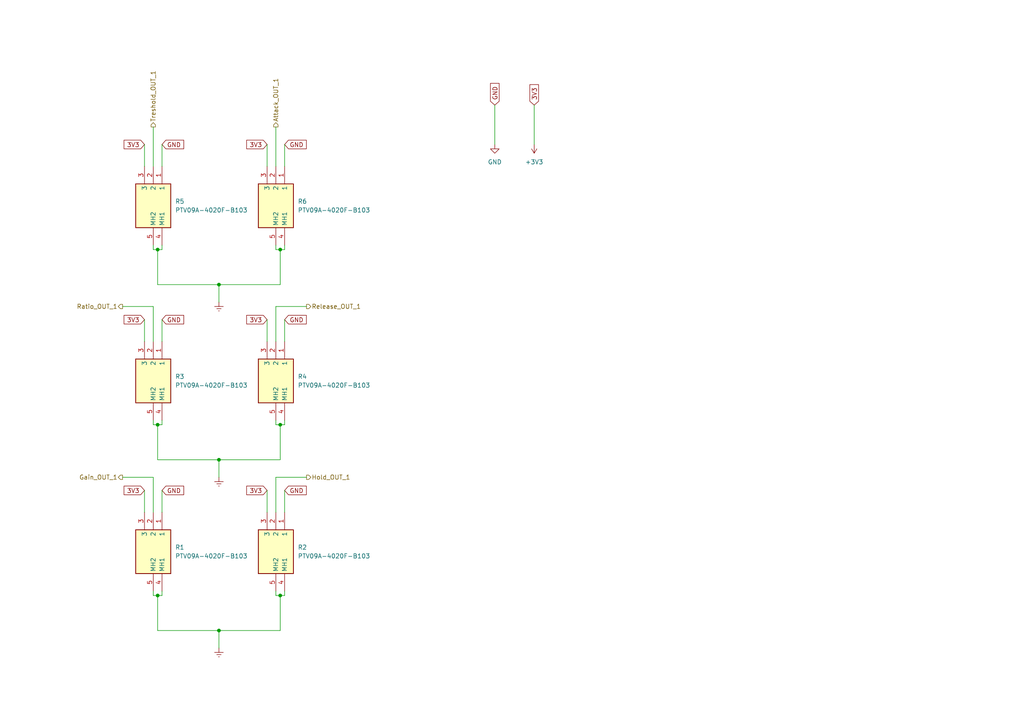
<source format=kicad_sch>
(kicad_sch (version 20230121) (generator eeschema)
  (paper "A4")
  (lib_symbols
    (symbol "PTV09A-4020F-B103:PTV09A-4020F-B103"
      (property "Reference" "R" (at 19.05 7.62 0))
      (property "Value" "PTV09A-4020F-B103" (at 19.05 5.08 0))
      (symbol "PTV09A-4020F-B103_1_1"
        (rectangle (start 5.08 2.54) (end 17.78 -7.62) (stroke (width 0.254)) (fill (type background)))
        (pin passive line (at 0 0 0) (length 5.08) (name "1") (number "1"))
        (pin passive line (at 0 -2.54 0) (length 5.08) (name "2") (number "2"))
        (pin passive line (at 0 -5.08 0) (length 5.08) (name "3") (number "3"))
        (pin passive line (at 22.86 0 180) (length 5.08) (name "MH1") (number "4"))
        (pin passive line (at 22.86 -2.54 180) (length 5.08) (name "MH2") (number "5"))
      )
    )
    (symbol "power:+3V3" (power) (pin_names (offset 0))
      (property "Value" "+3V3" (at 0 3.556 0))
      (symbol "+3V3_0_1"
        (polyline (pts (xy -0.762 1.27) (xy 0 2.54)))
        (polyline (pts (xy 0 0) (xy 0 2.54)))
        (polyline (pts (xy 0 2.54) (xy 0.762 1.27)))
      )
      (symbol "+3V3_1_1"
        (pin power_in line (at 0 0 90) (length 0) hide (name "+3V3") (number "1"))
      )
    )
    (symbol "power:Earth" (power) (pin_names (offset 0))
      (symbol "Earth_0_1"
        (polyline (pts (xy -0.635 -1.905) (xy 0.635 -1.905)))
        (polyline (pts (xy -0.127 -2.54) (xy 0.127 -2.54)))
        (polyline (pts (xy 0 -1.27) (xy 0 0)))
        (polyline (pts (xy 1.27 -1.27) (xy -1.27 -1.27)))
      )
      (symbol "Earth_1_1"
        (pin power_in line (at 0 0 270) (length 0) hide (name "Earth") (number "1"))
      )
    )
    (symbol "power:GND" (power) (pin_names (offset 0))
      (property "Value" "GND" (at 0 -3.81 0))
      (symbol "GND_0_1"
        (polyline (pts (xy 0 0) (xy 0 -1.27) (xy 1.27 -1.27) (xy 0 -2.54) (xy -1.27 -1.27) (xy 0 -1.27)))
      )
      (symbol "GND_1_1"
        (pin power_in line (at 0 0 270) (length 0) hide (name "GND") (number "1"))
      )
    )
  )
  (junction (at 63.5 82.55))
  (junction (at 45.72 123.19))
  (junction (at 81.28 172.72))
  (junction (at 81.28 123.19))
  (junction (at 45.72 172.72))
  (junction (at 45.72 72.39))
  (junction (at 63.5 182.88))
  (junction (at 81.28 72.39))
  (junction (at 63.5 133.35))
  (wire (pts (xy 41.91 142.24) (xy 41.91 148.59)))
  (wire (pts (xy 77.47 41.91) (xy 77.47 48.26)))
  (wire (pts (xy 81.28 172.72) (xy 82.55 172.72)))
  (wire (pts (xy 46.99 41.91) (xy 46.99 48.26)))
  (wire (pts (xy 41.91 92.71) (xy 41.91 99.06)))
  (wire (pts (xy 154.94 30.48) (xy 154.94 41.91)))
  (wire (pts (xy 77.47 142.24) (xy 77.47 148.59)))
  (wire (pts (xy 44.45 36.83) (xy 44.45 48.26)))
  (wire (pts (xy 44.45 138.43) (xy 35.56 138.43)))
  (wire (pts (xy 44.45 148.59) (xy 44.45 138.43)))
  (wire (pts (xy 82.55 92.71) (xy 82.55 99.06)))
  (wire (pts (xy 44.45 172.72) (xy 45.72 172.72)))
  (wire (pts (xy 44.45 171.45) (xy 44.45 172.72)))
  (wire (pts (xy 81.28 172.72) (xy 81.28 182.88)))
  (wire (pts (xy 80.01 71.12) (xy 80.01 72.39)))
  (wire (pts (xy 46.99 172.72) (xy 46.99 171.45)))
  (wire (pts (xy 63.5 133.35) (xy 81.28 133.35)))
  (wire (pts (xy 45.72 72.39) (xy 45.72 82.55)))
  (wire (pts (xy 44.45 121.92) (xy 44.45 123.19)))
  (wire (pts (xy 81.28 72.39) (xy 81.28 82.55)))
  (wire (pts (xy 63.5 82.55) (xy 45.72 82.55)))
  (wire (pts (xy 80.01 171.45) (xy 80.01 172.72)))
  (wire (pts (xy 143.51 30.48) (xy 143.51 41.91)))
  (wire (pts (xy 45.72 172.72) (xy 45.72 182.88)))
  (wire (pts (xy 81.28 72.39) (xy 82.55 72.39)))
  (wire (pts (xy 63.5 82.55) (xy 63.5 87.63)))
  (wire (pts (xy 63.5 182.88) (xy 45.72 182.88)))
  (wire (pts (xy 41.91 41.91) (xy 41.91 48.26)))
  (wire (pts (xy 80.01 72.39) (xy 81.28 72.39)))
  (wire (pts (xy 44.45 88.9) (xy 35.56 88.9)))
  (wire (pts (xy 80.01 121.92) (xy 80.01 123.19)))
  (wire (pts (xy 81.28 123.19) (xy 82.55 123.19)))
  (wire (pts (xy 45.72 123.19) (xy 45.72 133.35)))
  (wire (pts (xy 82.55 41.91) (xy 82.55 48.26)))
  (wire (pts (xy 63.5 182.88) (xy 63.5 187.96)))
  (wire (pts (xy 82.55 71.12) (xy 82.55 72.39)))
  (wire (pts (xy 80.01 172.72) (xy 81.28 172.72)))
  (wire (pts (xy 44.45 123.19) (xy 45.72 123.19)))
  (wire (pts (xy 82.55 171.45) (xy 82.55 172.72)))
  (wire (pts (xy 80.01 148.59) (xy 80.01 138.43)))
  (wire (pts (xy 82.55 121.92) (xy 82.55 123.19)))
  (wire (pts (xy 46.99 92.71) (xy 46.99 99.06)))
  (wire (pts (xy 77.47 92.71) (xy 77.47 99.06)))
  (wire (pts (xy 45.72 123.19) (xy 46.99 123.19)))
  (wire (pts (xy 80.01 138.43) (xy 88.9 138.43)))
  (wire (pts (xy 82.55 142.24) (xy 82.55 148.59)))
  (wire (pts (xy 46.99 123.19) (xy 46.99 121.92)))
  (wire (pts (xy 45.72 72.39) (xy 46.99 72.39)))
  (wire (pts (xy 46.99 142.24) (xy 46.99 148.59)))
  (wire (pts (xy 81.28 123.19) (xy 81.28 133.35)))
  (wire (pts (xy 80.01 99.06) (xy 80.01 88.9)))
  (wire (pts (xy 44.45 71.12) (xy 44.45 72.39)))
  (wire (pts (xy 80.01 123.19) (xy 81.28 123.19)))
  (wire (pts (xy 45.72 172.72) (xy 46.99 172.72)))
  (wire (pts (xy 63.5 133.35) (xy 45.72 133.35)))
  (wire (pts (xy 46.99 72.39) (xy 46.99 71.12)))
  (wire (pts (xy 44.45 72.39) (xy 45.72 72.39)))
  (wire (pts (xy 63.5 182.88) (xy 81.28 182.88)))
  (wire (pts (xy 44.45 99.06) (xy 44.45 88.9)))
  (wire (pts (xy 63.5 133.35) (xy 63.5 138.43)))
  (wire (pts (xy 80.01 88.9) (xy 88.9 88.9)))
  (wire (pts (xy 63.5 82.55) (xy 81.28 82.55)))
  (wire (pts (xy 80.01 36.83) (xy 80.01 48.26)))
  (global_label "GND" (shape input) (at 46.99 92.71 0) (property "Intersheetrefs" "${INTERSHEET_REFS}" (effects hide)))
  (global_label "GND" (shape input) (at 46.99 142.24 0) (property "Intersheetrefs" "${INTERSHEET_REFS}" (effects hide)))
  (global_label "3V3" (shape input) (at 77.47 92.71 180) (property "Intersheetrefs" "${INTERSHEET_REFS}" (effects hide)))
  (global_label "3V3" (shape input) (at 41.91 142.24 180) (property "Intersheetrefs" "${INTERSHEET_REFS}" (effects hide)))
  (global_label "GND" (shape input) (at 143.51 30.48 90) (property "Intersheetrefs" "${INTERSHEET_REFS}" (effects hide)))
  (global_label "3V3" (shape input) (at 77.47 41.91 180) (property "Intersheetrefs" "${INTERSHEET_REFS}" (effects hide)))
  (global_label "GND" (shape input) (at 82.55 41.91 0) (property "Intersheetrefs" "${INTERSHEET_REFS}" (effects hide)))
  (global_label "GND" (shape input) (at 82.55 142.24 0) (property "Intersheetrefs" "${INTERSHEET_REFS}" (effects hide)))
  (global_label "3V3" (shape input) (at 41.91 92.71 180) (property "Intersheetrefs" "${INTERSHEET_REFS}" (effects hide)))
  (global_label "GND" (shape input) (at 46.99 41.91 0) (property "Intersheetrefs" "${INTERSHEET_REFS}" (effects hide)))
  (global_label "GND" (shape input) (at 82.55 92.71 0) (property "Intersheetrefs" "${INTERSHEET_REFS}" (effects hide)))
  (global_label "3V3" (shape input) (at 77.47 142.24 180) (property "Intersheetrefs" "${INTERSHEET_REFS}" (effects hide)))
  (global_label "3V3" (shape input) (at 41.91 41.91 180) (property "Intersheetrefs" "${INTERSHEET_REFS}" (effects hide)))
  (global_label "3V3" (shape input) (at 154.94 30.48 90) (property "Intersheetrefs" "${INTERSHEET_REFS}" (effects hide)))
  (hierarchical_label "Gain_OUT_1" (shape output) (at 35.56 138.43 180))
  (hierarchical_label "Hold_OUT_1" (shape output) (at 88.9 138.43 0))
  (hierarchical_label "Attack_OUT_1" (shape output) (at 80.01 36.83 90))
  (hierarchical_label "Ratio_OUT_1" (shape output) (at 35.56 88.9 180))
  (hierarchical_label "Treshold_OUT_1" (shape output) (at 44.45 36.83 90))
  (hierarchical_label "Release_OUT_1" (shape output) (at 88.9 88.9 0))
  (symbol (lib_id "PTV09A-4020F-B103:PTV09A-4020F-B103") (at 46.99 99.06 270) (unit 1)
    (property "Reference" "R3" (at 50.8 109.22 90) (effects (justify left)))
    (property "Value" "PTV09A-4020F-B103" (at 50.8 111.76 90) (effects (justify left)))
    (property "Footprint" "PTV09A4020FB103" (effects hide))
    (property "Datasheet" "https://www.bourns.com/docs/Product-Datasheets/ptv09.pdf" (effects hide))
    (property "Height" "20" (effects hide))
    (property "Manufacturer_Name" "Bourns" (effects hide))
    (property "Manufacturer_Part_Number" "PTV09A-4020F-B103" (effects hide))
    (instances (project "Compresseur" (path "" (reference "R3") (unit 1)) (path "" (reference "R8") (unit 1)) (path "" (reference "R14") (unit 1))))
  )
  (symbol (lib_id "power:Earth") (at 63.5 187.96 0) (unit 1)
    (property "Reference" "#PWR04" (effects hide))
    (property "Value" "Earth" (effects hide))
    (instances (project "Compresseur" (path "" (reference "#PWR04") (unit 1)) (path "" (reference "#PWR08") (unit 1)) (path "" (reference "#PWR013") (unit 1))))
  )
  (symbol (lib_id "power:Earth") (at 63.5 87.63 0) (unit 1)
    (property "Reference" "#PWR03" (effects hide))
    (property "Value" "Earth" (effects hide))
    (instances (project "Compresseur" (path "" (reference "#PWR03") (unit 1)) (path "" (reference "#PWR06") (unit 1)) (path "" (reference "#PWR011") (unit 1))))
  )
  (symbol (lib_id "PTV09A-4020F-B103:PTV09A-4020F-B103") (at 46.99 48.26 270) (unit 1)
    (property "Reference" "R5" (at 50.8 58.42 90) (effects (justify left)))
    (property "Value" "PTV09A-4020F-B103" (at 50.8 60.96 90) (effects (justify left)))
    (property "Footprint" "PTV09A4020FB103" (effects hide))
    (property "Datasheet" "https://www.bourns.com/docs/Product-Datasheets/ptv09.pdf" (effects hide))
    (property "Height" "20" (effects hide))
    (property "Manufacturer_Name" "Bourns" (effects hide))
    (property "Manufacturer_Part_Number" "PTV09A-4020F-B103" (effects hide))
    (instances (project "Compresseur" (path "" (reference "R5") (unit 1)) (path "" (reference "R7") (unit 1)) (path "" (reference "R13") (unit 1))))
  )
  (symbol (lib_id "PTV09A-4020F-B103:PTV09A-4020F-B103") (at 82.55 48.26 270) (unit 1)
    (property "Reference" "R6" (at 86.36 58.42 90) (effects (justify left)))
    (property "Value" "PTV09A-4020F-B103" (at 86.36 60.96 90) (effects (justify left)))
    (property "Footprint" "PTV09A4020FB103" (effects hide))
    (property "Datasheet" "https://www.bourns.com/docs/Product-Datasheets/ptv09.pdf" (effects hide))
    (property "Height" "20" (effects hide))
    (property "Manufacturer_Name" "Bourns" (effects hide))
    (property "Manufacturer_Part_Number" "PTV09A-4020F-B103" (effects hide))
    (instances (project "Compresseur" (path "" (reference "R6") (unit 1)) (path "" (reference "R10") (unit 1)) (path "" (reference "R16") (unit 1))))
  )
  (symbol (lib_id "PTV09A-4020F-B103:PTV09A-4020F-B103") (at 82.55 148.59 270) (unit 1)
    (property "Reference" "R2" (at 86.36 158.75 90) (effects (justify left)))
    (property "Value" "PTV09A-4020F-B103" (at 86.36 161.29 90) (effects (justify left)))
    (property "Footprint" "PTV09A4020FB103" (effects hide))
    (property "Datasheet" "https://www.bourns.com/docs/Product-Datasheets/ptv09.pdf" (effects hide))
    (property "Height" "20" (effects hide))
    (property "Manufacturer_Name" "Bourns" (effects hide))
    (property "Manufacturer_Part_Number" "PTV09A-4020F-B103" (effects hide))
    (instances (project "Compresseur" (path "" (reference "R2") (unit 1)) (path "" (reference "R12") (unit 1)) (path "" (reference "R18") (unit 1))))
  )
  (symbol (lib_id "power:Earth") (at 63.5 138.43 0) (unit 1)
    (property "Reference" "#PWR02" (effects hide))
    (property "Value" "Earth" (effects hide))
    (instances (project "Compresseur" (path "" (reference "#PWR02") (unit 1)) (path "" (reference "#PWR07") (unit 1)) (path "" (reference "#PWR012") (unit 1))))
  )
  (symbol (lib_id "PTV09A-4020F-B103:PTV09A-4020F-B103") (at 46.99 148.59 270) (unit 1)
    (property "Reference" "R1" (at 50.8 158.75 90) (effects (justify left)))
    (property "Value" "PTV09A-4020F-B103" (at 50.8 161.29 90) (effects (justify left)))
    (property "Footprint" "PTV09A4020FB103" (effects hide))
    (property "Datasheet" "https://www.bourns.com/docs/Product-Datasheets/ptv09.pdf" (effects hide))
    (property "Height" "20" (effects hide))
    (property "Manufacturer_Name" "Bourns" (effects hide))
    (property "Manufacturer_Part_Number" "PTV09A-4020F-B103" (effects hide))
    (instances (project "Compresseur" (path "" (reference "R1") (unit 1)) (path "" (reference "R9") (unit 1)) (path "" (reference "R15") (unit 1))))
  )
  (symbol (lib_id "power:+3V3") (at 154.94 41.91 180) (unit 1)
    (property "Reference" "#PWR05" (effects hide))
    (property "Value" "+3V3" (at 154.94 46.99 0))
    (instances (project "Compresseur" (path "" (reference "#PWR05") (unit 1)) (path "" (reference "#PWR010") (unit 1)) (path "" (reference "#PWR015") (unit 1))))
  )
  (symbol (lib_id "PTV09A-4020F-B103:PTV09A-4020F-B103") (at 82.55 99.06 270) (unit 1)
    (property "Reference" "R4" (at 86.36 109.22 90) (effects (justify left)))
    (property "Value" "PTV09A-4020F-B103" (at 86.36 111.76 90) (effects (justify left)))
    (property "Footprint" "PTV09A4020FB103" (effects hide))
    (property "Datasheet" "https://www.bourns.com/docs/Product-Datasheets/ptv09.pdf" (effects hide))
    (property "Height" "20" (effects hide))
    (property "Manufacturer_Name" "Bourns" (effects hide))
    (property "Manufacturer_Part_Number" "PTV09A-4020F-B103" (effects hide))
    (instances (project "Compresseur" (path "" (reference "R4") (unit 1)) (path "" (reference "R11") (unit 1)) (path "" (reference "R17") (unit 1))))
  )
  (symbol (lib_id "power:GND") (at 143.51 41.91 0) (unit 1)
    (property "Reference" "#PWR01" (effects hide))
    (property "Value" "GND" (at 143.51 46.99 0))
    (instances (project "Compresseur" (path "" (reference "#PWR01") (unit 1)) (path "" (reference "#PWR09") (unit 1)) (path "" (reference "#PWR014") (unit 1))))
  )
)
</source>
